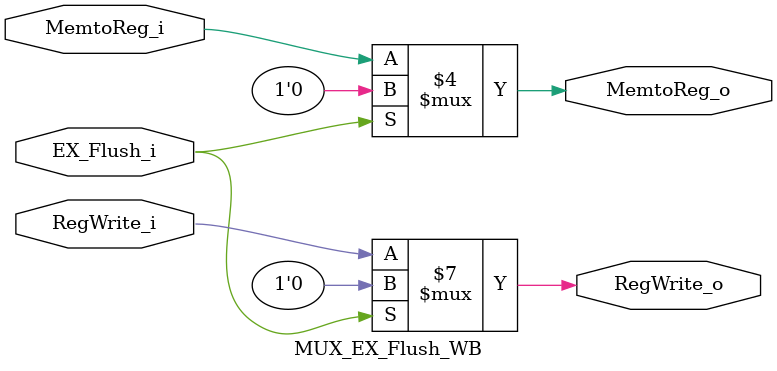
<source format=v>
module MUX_EX_Flush_WB(
EX_Flush_i,
RegWrite_i,
MemtoReg_i, 
RegWrite_o, 
MemtoReg_o 
);

input EX_Flush_i;
input RegWrite_i;
input MemtoReg_i; 

output reg RegWrite_o; 
output reg MemtoReg_o; 

always @(*) begin
if(EX_Flush_i == 0) begin
	RegWrite_o = RegWrite_i;
	MemtoReg_o = MemtoReg_i;
end
else begin
	RegWrite_o = 0;
	MemtoReg_o = 0;
end
end

endmodule

</source>
